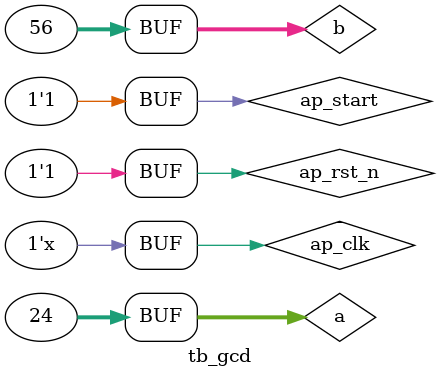
<source format=v>
`timescale 1ns / 1ps

module tb_gcd;
	reg [31:0] a;
	reg [31:0] b;
	wire [31:0] ap_return;
	reg ap_clk = 0;
	reg ap_rst_n;
	reg ap_start;
	wire ap_idle;
	wire ap_done;

    gcd test_gcd(
    .a(a),
    .b(b),
    .ap_return(ap_return),
	.ap_clk(ap_clk),
    .ap_rst_n(ap_rst_n),
	.ap_start(ap_start),
	.ap_idle(ap_idle),
	.ap_done(ap_done)
    );

    // Clock generation
    always #5 ap_clk = ~ap_clk;
    
    // Reset generation
    initial begin
        ap_rst_n = 0;
        ap_start = 1;
        a = 32'd24;
        b = 32'd56;
        #10;
        ap_rst_n = 1;
    end

endmodule

</source>
